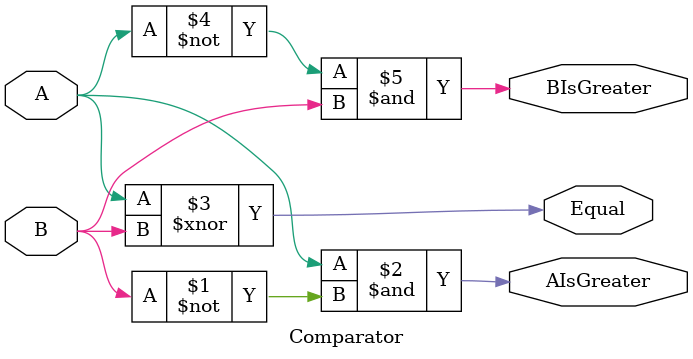
<source format=v>
module Comparator(
    input A, B,
    output AIsGreater, Equal, BIsGreater
);

    assign AIsGreater = A & ~B;
    assign Equal = A ~^ B;
    assign BIsGreater = ~A & B;

endmodule

</source>
